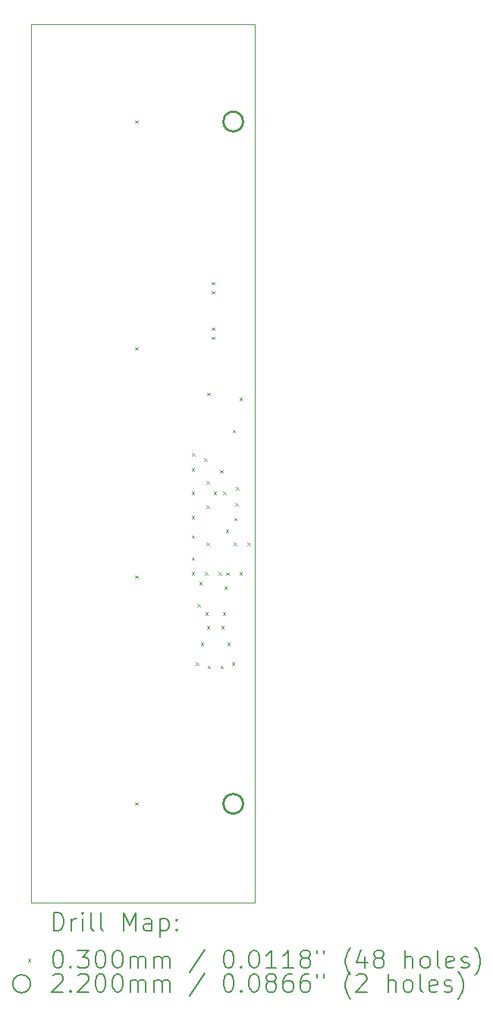
<source format=gbr>
%FSLAX45Y45*%
G04 Gerber Fmt 4.5, Leading zero omitted, Abs format (unit mm)*
G04 Created by KiCad (PCBNEW (6.0.4)) date 2023-05-09 11:01:37*
%MOMM*%
%LPD*%
G01*
G04 APERTURE LIST*
%TA.AperFunction,Profile*%
%ADD10C,0.100000*%
%TD*%
%ADD11C,0.200000*%
%ADD12C,0.030000*%
%ADD13C,0.220000*%
G04 APERTURE END LIST*
D10*
X13650000Y-14100000D02*
X11150000Y-14100000D01*
X11150000Y-14100000D02*
X11150000Y-4300000D01*
X11150000Y-4300000D02*
X13650000Y-4300000D01*
X13650000Y-4300000D02*
X13650000Y-14100000D01*
D11*
D12*
X12315000Y-5370000D02*
X12345000Y-5400000D01*
X12345000Y-5370000D02*
X12315000Y-5400000D01*
X12315000Y-7905000D02*
X12345000Y-7935000D01*
X12345000Y-7905000D02*
X12315000Y-7935000D01*
X12315000Y-10450000D02*
X12345000Y-10480000D01*
X12345000Y-10450000D02*
X12315000Y-10480000D01*
X12315000Y-12985000D02*
X12345000Y-13015000D01*
X12345000Y-12985000D02*
X12315000Y-13015000D01*
X12945000Y-9252500D02*
X12975000Y-9282500D01*
X12975000Y-9252500D02*
X12945000Y-9282500D01*
X12945000Y-9517500D02*
X12975000Y-9547500D01*
X12975000Y-9517500D02*
X12945000Y-9547500D01*
X12945000Y-9787500D02*
X12975000Y-9817500D01*
X12975000Y-9787500D02*
X12945000Y-9817500D01*
X12945000Y-10005000D02*
X12975000Y-10035000D01*
X12975000Y-10005000D02*
X12945000Y-10035000D01*
X12945000Y-10250000D02*
X12975000Y-10280000D01*
X12975000Y-10250000D02*
X12945000Y-10280000D01*
X12945000Y-10415000D02*
X12975000Y-10445000D01*
X12975000Y-10415000D02*
X12945000Y-10445000D01*
X12947500Y-9085000D02*
X12977500Y-9115000D01*
X12977500Y-9085000D02*
X12947500Y-9115000D01*
X12992500Y-11422500D02*
X13022500Y-11452500D01*
X13022500Y-11422500D02*
X12992500Y-11452500D01*
X13005000Y-10767500D02*
X13035000Y-10797500D01*
X13035000Y-10767500D02*
X13005000Y-10797500D01*
X13030000Y-10522500D02*
X13060000Y-10552500D01*
X13060000Y-10522500D02*
X13030000Y-10552500D01*
X13045000Y-11202500D02*
X13075000Y-11232500D01*
X13075000Y-11202500D02*
X13045000Y-11232500D01*
X13085000Y-9145000D02*
X13115000Y-9175000D01*
X13115000Y-9145000D02*
X13085000Y-9175000D01*
X13092500Y-10415000D02*
X13122500Y-10445000D01*
X13122500Y-10415000D02*
X13092500Y-10445000D01*
X13095000Y-10862500D02*
X13125000Y-10892500D01*
X13125000Y-10862500D02*
X13095000Y-10892500D01*
X13110000Y-9400000D02*
X13140000Y-9430000D01*
X13140000Y-9400000D02*
X13110000Y-9430000D01*
X13110000Y-9670000D02*
X13140000Y-9700000D01*
X13140000Y-9670000D02*
X13110000Y-9700000D01*
X13110000Y-10085000D02*
X13140000Y-10115000D01*
X13140000Y-10085000D02*
X13110000Y-10115000D01*
X13112500Y-11015000D02*
X13142500Y-11045000D01*
X13142500Y-11015000D02*
X13112500Y-11045000D01*
X13117500Y-8410000D02*
X13147500Y-8440000D01*
X13147500Y-8410000D02*
X13117500Y-8440000D01*
X13120000Y-11460000D02*
X13150000Y-11490000D01*
X13150000Y-11460000D02*
X13120000Y-11490000D01*
X13170000Y-7175000D02*
X13200000Y-7205000D01*
X13200000Y-7175000D02*
X13170000Y-7205000D01*
X13170000Y-7277500D02*
X13200000Y-7307500D01*
X13200000Y-7277500D02*
X13170000Y-7307500D01*
X13170140Y-7682840D02*
X13200140Y-7712840D01*
X13200140Y-7682840D02*
X13170140Y-7712840D01*
X13170140Y-7785340D02*
X13200140Y-7815340D01*
X13200140Y-7785340D02*
X13170140Y-7815340D01*
X13190000Y-9515000D02*
X13220000Y-9545000D01*
X13220000Y-9515000D02*
X13190000Y-9545000D01*
X13242500Y-10415000D02*
X13272500Y-10445000D01*
X13272500Y-10415000D02*
X13242500Y-10445000D01*
X13260000Y-9275000D02*
X13290000Y-9305000D01*
X13290000Y-9275000D02*
X13260000Y-9305000D01*
X13265000Y-11460000D02*
X13295000Y-11490000D01*
X13295000Y-11460000D02*
X13265000Y-11490000D01*
X13272500Y-11015000D02*
X13302500Y-11045000D01*
X13302500Y-11015000D02*
X13272500Y-11045000D01*
X13290000Y-10862500D02*
X13320000Y-10892500D01*
X13320000Y-10862500D02*
X13290000Y-10892500D01*
X13295000Y-9515000D02*
X13325000Y-9545000D01*
X13325000Y-9515000D02*
X13295000Y-9545000D01*
X13307500Y-10572500D02*
X13337500Y-10602500D01*
X13337500Y-10572500D02*
X13307500Y-10602500D01*
X13324250Y-9940750D02*
X13354250Y-9970750D01*
X13354250Y-9940750D02*
X13324250Y-9970750D01*
X13328000Y-10417000D02*
X13358000Y-10447000D01*
X13358000Y-10417000D02*
X13328000Y-10447000D01*
X13340000Y-11202500D02*
X13370000Y-11232500D01*
X13370000Y-11202500D02*
X13340000Y-11232500D01*
X13392500Y-11422500D02*
X13422500Y-11452500D01*
X13422500Y-11422500D02*
X13392500Y-11452500D01*
X13402500Y-8827500D02*
X13432500Y-8857500D01*
X13432500Y-8827500D02*
X13402500Y-8857500D01*
X13412500Y-10085000D02*
X13442500Y-10115000D01*
X13442500Y-10085000D02*
X13412500Y-10115000D01*
X13417500Y-9807500D02*
X13447500Y-9837500D01*
X13447500Y-9807500D02*
X13417500Y-9837500D01*
X13432500Y-9645000D02*
X13462500Y-9675000D01*
X13462500Y-9645000D02*
X13432500Y-9675000D01*
X13437500Y-9467500D02*
X13467500Y-9497500D01*
X13467500Y-9467500D02*
X13437500Y-9497500D01*
X13477500Y-8465000D02*
X13507500Y-8495000D01*
X13507500Y-8465000D02*
X13477500Y-8495000D01*
X13477500Y-10415000D02*
X13507500Y-10445000D01*
X13507500Y-10415000D02*
X13477500Y-10445000D01*
X13567500Y-10085000D02*
X13597500Y-10115000D01*
X13597500Y-10085000D02*
X13567500Y-10115000D01*
D13*
X13517500Y-5385000D02*
G75*
G03*
X13517500Y-5385000I-110000J0D01*
G01*
X13517500Y-13000000D02*
G75*
G03*
X13517500Y-13000000I-110000J0D01*
G01*
D11*
X11402619Y-14415476D02*
X11402619Y-14215476D01*
X11450238Y-14215476D01*
X11478809Y-14225000D01*
X11497857Y-14244048D01*
X11507381Y-14263095D01*
X11516905Y-14301190D01*
X11516905Y-14329762D01*
X11507381Y-14367857D01*
X11497857Y-14386905D01*
X11478809Y-14405952D01*
X11450238Y-14415476D01*
X11402619Y-14415476D01*
X11602619Y-14415476D02*
X11602619Y-14282143D01*
X11602619Y-14320238D02*
X11612143Y-14301190D01*
X11621667Y-14291667D01*
X11640714Y-14282143D01*
X11659762Y-14282143D01*
X11726428Y-14415476D02*
X11726428Y-14282143D01*
X11726428Y-14215476D02*
X11716905Y-14225000D01*
X11726428Y-14234524D01*
X11735952Y-14225000D01*
X11726428Y-14215476D01*
X11726428Y-14234524D01*
X11850238Y-14415476D02*
X11831190Y-14405952D01*
X11821667Y-14386905D01*
X11821667Y-14215476D01*
X11955000Y-14415476D02*
X11935952Y-14405952D01*
X11926428Y-14386905D01*
X11926428Y-14215476D01*
X12183571Y-14415476D02*
X12183571Y-14215476D01*
X12250238Y-14358333D01*
X12316905Y-14215476D01*
X12316905Y-14415476D01*
X12497857Y-14415476D02*
X12497857Y-14310714D01*
X12488333Y-14291667D01*
X12469286Y-14282143D01*
X12431190Y-14282143D01*
X12412143Y-14291667D01*
X12497857Y-14405952D02*
X12478809Y-14415476D01*
X12431190Y-14415476D01*
X12412143Y-14405952D01*
X12402619Y-14386905D01*
X12402619Y-14367857D01*
X12412143Y-14348809D01*
X12431190Y-14339286D01*
X12478809Y-14339286D01*
X12497857Y-14329762D01*
X12593095Y-14282143D02*
X12593095Y-14482143D01*
X12593095Y-14291667D02*
X12612143Y-14282143D01*
X12650238Y-14282143D01*
X12669286Y-14291667D01*
X12678809Y-14301190D01*
X12688333Y-14320238D01*
X12688333Y-14377381D01*
X12678809Y-14396428D01*
X12669286Y-14405952D01*
X12650238Y-14415476D01*
X12612143Y-14415476D01*
X12593095Y-14405952D01*
X12774048Y-14396428D02*
X12783571Y-14405952D01*
X12774048Y-14415476D01*
X12764524Y-14405952D01*
X12774048Y-14396428D01*
X12774048Y-14415476D01*
X12774048Y-14291667D02*
X12783571Y-14301190D01*
X12774048Y-14310714D01*
X12764524Y-14301190D01*
X12774048Y-14291667D01*
X12774048Y-14310714D01*
D12*
X11115000Y-14730000D02*
X11145000Y-14760000D01*
X11145000Y-14730000D02*
X11115000Y-14760000D01*
D11*
X11440714Y-14635476D02*
X11459762Y-14635476D01*
X11478809Y-14645000D01*
X11488333Y-14654524D01*
X11497857Y-14673571D01*
X11507381Y-14711667D01*
X11507381Y-14759286D01*
X11497857Y-14797381D01*
X11488333Y-14816428D01*
X11478809Y-14825952D01*
X11459762Y-14835476D01*
X11440714Y-14835476D01*
X11421667Y-14825952D01*
X11412143Y-14816428D01*
X11402619Y-14797381D01*
X11393095Y-14759286D01*
X11393095Y-14711667D01*
X11402619Y-14673571D01*
X11412143Y-14654524D01*
X11421667Y-14645000D01*
X11440714Y-14635476D01*
X11593095Y-14816428D02*
X11602619Y-14825952D01*
X11593095Y-14835476D01*
X11583571Y-14825952D01*
X11593095Y-14816428D01*
X11593095Y-14835476D01*
X11669286Y-14635476D02*
X11793095Y-14635476D01*
X11726428Y-14711667D01*
X11755000Y-14711667D01*
X11774048Y-14721190D01*
X11783571Y-14730714D01*
X11793095Y-14749762D01*
X11793095Y-14797381D01*
X11783571Y-14816428D01*
X11774048Y-14825952D01*
X11755000Y-14835476D01*
X11697857Y-14835476D01*
X11678809Y-14825952D01*
X11669286Y-14816428D01*
X11916905Y-14635476D02*
X11935952Y-14635476D01*
X11955000Y-14645000D01*
X11964524Y-14654524D01*
X11974048Y-14673571D01*
X11983571Y-14711667D01*
X11983571Y-14759286D01*
X11974048Y-14797381D01*
X11964524Y-14816428D01*
X11955000Y-14825952D01*
X11935952Y-14835476D01*
X11916905Y-14835476D01*
X11897857Y-14825952D01*
X11888333Y-14816428D01*
X11878809Y-14797381D01*
X11869286Y-14759286D01*
X11869286Y-14711667D01*
X11878809Y-14673571D01*
X11888333Y-14654524D01*
X11897857Y-14645000D01*
X11916905Y-14635476D01*
X12107381Y-14635476D02*
X12126428Y-14635476D01*
X12145476Y-14645000D01*
X12155000Y-14654524D01*
X12164524Y-14673571D01*
X12174048Y-14711667D01*
X12174048Y-14759286D01*
X12164524Y-14797381D01*
X12155000Y-14816428D01*
X12145476Y-14825952D01*
X12126428Y-14835476D01*
X12107381Y-14835476D01*
X12088333Y-14825952D01*
X12078809Y-14816428D01*
X12069286Y-14797381D01*
X12059762Y-14759286D01*
X12059762Y-14711667D01*
X12069286Y-14673571D01*
X12078809Y-14654524D01*
X12088333Y-14645000D01*
X12107381Y-14635476D01*
X12259762Y-14835476D02*
X12259762Y-14702143D01*
X12259762Y-14721190D02*
X12269286Y-14711667D01*
X12288333Y-14702143D01*
X12316905Y-14702143D01*
X12335952Y-14711667D01*
X12345476Y-14730714D01*
X12345476Y-14835476D01*
X12345476Y-14730714D02*
X12355000Y-14711667D01*
X12374048Y-14702143D01*
X12402619Y-14702143D01*
X12421667Y-14711667D01*
X12431190Y-14730714D01*
X12431190Y-14835476D01*
X12526428Y-14835476D02*
X12526428Y-14702143D01*
X12526428Y-14721190D02*
X12535952Y-14711667D01*
X12555000Y-14702143D01*
X12583571Y-14702143D01*
X12602619Y-14711667D01*
X12612143Y-14730714D01*
X12612143Y-14835476D01*
X12612143Y-14730714D02*
X12621667Y-14711667D01*
X12640714Y-14702143D01*
X12669286Y-14702143D01*
X12688333Y-14711667D01*
X12697857Y-14730714D01*
X12697857Y-14835476D01*
X13088333Y-14625952D02*
X12916905Y-14883095D01*
X13345476Y-14635476D02*
X13364524Y-14635476D01*
X13383571Y-14645000D01*
X13393095Y-14654524D01*
X13402619Y-14673571D01*
X13412143Y-14711667D01*
X13412143Y-14759286D01*
X13402619Y-14797381D01*
X13393095Y-14816428D01*
X13383571Y-14825952D01*
X13364524Y-14835476D01*
X13345476Y-14835476D01*
X13326428Y-14825952D01*
X13316905Y-14816428D01*
X13307381Y-14797381D01*
X13297857Y-14759286D01*
X13297857Y-14711667D01*
X13307381Y-14673571D01*
X13316905Y-14654524D01*
X13326428Y-14645000D01*
X13345476Y-14635476D01*
X13497857Y-14816428D02*
X13507381Y-14825952D01*
X13497857Y-14835476D01*
X13488333Y-14825952D01*
X13497857Y-14816428D01*
X13497857Y-14835476D01*
X13631190Y-14635476D02*
X13650238Y-14635476D01*
X13669286Y-14645000D01*
X13678809Y-14654524D01*
X13688333Y-14673571D01*
X13697857Y-14711667D01*
X13697857Y-14759286D01*
X13688333Y-14797381D01*
X13678809Y-14816428D01*
X13669286Y-14825952D01*
X13650238Y-14835476D01*
X13631190Y-14835476D01*
X13612143Y-14825952D01*
X13602619Y-14816428D01*
X13593095Y-14797381D01*
X13583571Y-14759286D01*
X13583571Y-14711667D01*
X13593095Y-14673571D01*
X13602619Y-14654524D01*
X13612143Y-14645000D01*
X13631190Y-14635476D01*
X13888333Y-14835476D02*
X13774048Y-14835476D01*
X13831190Y-14835476D02*
X13831190Y-14635476D01*
X13812143Y-14664048D01*
X13793095Y-14683095D01*
X13774048Y-14692619D01*
X14078809Y-14835476D02*
X13964524Y-14835476D01*
X14021667Y-14835476D02*
X14021667Y-14635476D01*
X14002619Y-14664048D01*
X13983571Y-14683095D01*
X13964524Y-14692619D01*
X14193095Y-14721190D02*
X14174048Y-14711667D01*
X14164524Y-14702143D01*
X14155000Y-14683095D01*
X14155000Y-14673571D01*
X14164524Y-14654524D01*
X14174048Y-14645000D01*
X14193095Y-14635476D01*
X14231190Y-14635476D01*
X14250238Y-14645000D01*
X14259762Y-14654524D01*
X14269286Y-14673571D01*
X14269286Y-14683095D01*
X14259762Y-14702143D01*
X14250238Y-14711667D01*
X14231190Y-14721190D01*
X14193095Y-14721190D01*
X14174048Y-14730714D01*
X14164524Y-14740238D01*
X14155000Y-14759286D01*
X14155000Y-14797381D01*
X14164524Y-14816428D01*
X14174048Y-14825952D01*
X14193095Y-14835476D01*
X14231190Y-14835476D01*
X14250238Y-14825952D01*
X14259762Y-14816428D01*
X14269286Y-14797381D01*
X14269286Y-14759286D01*
X14259762Y-14740238D01*
X14250238Y-14730714D01*
X14231190Y-14721190D01*
X14345476Y-14635476D02*
X14345476Y-14673571D01*
X14421667Y-14635476D02*
X14421667Y-14673571D01*
X14716905Y-14911667D02*
X14707381Y-14902143D01*
X14688333Y-14873571D01*
X14678809Y-14854524D01*
X14669286Y-14825952D01*
X14659762Y-14778333D01*
X14659762Y-14740238D01*
X14669286Y-14692619D01*
X14678809Y-14664048D01*
X14688333Y-14645000D01*
X14707381Y-14616428D01*
X14716905Y-14606905D01*
X14878809Y-14702143D02*
X14878809Y-14835476D01*
X14831190Y-14625952D02*
X14783571Y-14768809D01*
X14907381Y-14768809D01*
X15012143Y-14721190D02*
X14993095Y-14711667D01*
X14983571Y-14702143D01*
X14974048Y-14683095D01*
X14974048Y-14673571D01*
X14983571Y-14654524D01*
X14993095Y-14645000D01*
X15012143Y-14635476D01*
X15050238Y-14635476D01*
X15069286Y-14645000D01*
X15078809Y-14654524D01*
X15088333Y-14673571D01*
X15088333Y-14683095D01*
X15078809Y-14702143D01*
X15069286Y-14711667D01*
X15050238Y-14721190D01*
X15012143Y-14721190D01*
X14993095Y-14730714D01*
X14983571Y-14740238D01*
X14974048Y-14759286D01*
X14974048Y-14797381D01*
X14983571Y-14816428D01*
X14993095Y-14825952D01*
X15012143Y-14835476D01*
X15050238Y-14835476D01*
X15069286Y-14825952D01*
X15078809Y-14816428D01*
X15088333Y-14797381D01*
X15088333Y-14759286D01*
X15078809Y-14740238D01*
X15069286Y-14730714D01*
X15050238Y-14721190D01*
X15326428Y-14835476D02*
X15326428Y-14635476D01*
X15412143Y-14835476D02*
X15412143Y-14730714D01*
X15402619Y-14711667D01*
X15383571Y-14702143D01*
X15355000Y-14702143D01*
X15335952Y-14711667D01*
X15326428Y-14721190D01*
X15535952Y-14835476D02*
X15516905Y-14825952D01*
X15507381Y-14816428D01*
X15497857Y-14797381D01*
X15497857Y-14740238D01*
X15507381Y-14721190D01*
X15516905Y-14711667D01*
X15535952Y-14702143D01*
X15564524Y-14702143D01*
X15583571Y-14711667D01*
X15593095Y-14721190D01*
X15602619Y-14740238D01*
X15602619Y-14797381D01*
X15593095Y-14816428D01*
X15583571Y-14825952D01*
X15564524Y-14835476D01*
X15535952Y-14835476D01*
X15716905Y-14835476D02*
X15697857Y-14825952D01*
X15688333Y-14806905D01*
X15688333Y-14635476D01*
X15869286Y-14825952D02*
X15850238Y-14835476D01*
X15812143Y-14835476D01*
X15793095Y-14825952D01*
X15783571Y-14806905D01*
X15783571Y-14730714D01*
X15793095Y-14711667D01*
X15812143Y-14702143D01*
X15850238Y-14702143D01*
X15869286Y-14711667D01*
X15878809Y-14730714D01*
X15878809Y-14749762D01*
X15783571Y-14768809D01*
X15955000Y-14825952D02*
X15974048Y-14835476D01*
X16012143Y-14835476D01*
X16031190Y-14825952D01*
X16040714Y-14806905D01*
X16040714Y-14797381D01*
X16031190Y-14778333D01*
X16012143Y-14768809D01*
X15983571Y-14768809D01*
X15964524Y-14759286D01*
X15955000Y-14740238D01*
X15955000Y-14730714D01*
X15964524Y-14711667D01*
X15983571Y-14702143D01*
X16012143Y-14702143D01*
X16031190Y-14711667D01*
X16107381Y-14911667D02*
X16116905Y-14902143D01*
X16135952Y-14873571D01*
X16145476Y-14854524D01*
X16155000Y-14825952D01*
X16164524Y-14778333D01*
X16164524Y-14740238D01*
X16155000Y-14692619D01*
X16145476Y-14664048D01*
X16135952Y-14645000D01*
X16116905Y-14616428D01*
X16107381Y-14606905D01*
X11145000Y-15009000D02*
G75*
G03*
X11145000Y-15009000I-100000J0D01*
G01*
X11393095Y-14918524D02*
X11402619Y-14909000D01*
X11421667Y-14899476D01*
X11469286Y-14899476D01*
X11488333Y-14909000D01*
X11497857Y-14918524D01*
X11507381Y-14937571D01*
X11507381Y-14956619D01*
X11497857Y-14985190D01*
X11383571Y-15099476D01*
X11507381Y-15099476D01*
X11593095Y-15080428D02*
X11602619Y-15089952D01*
X11593095Y-15099476D01*
X11583571Y-15089952D01*
X11593095Y-15080428D01*
X11593095Y-15099476D01*
X11678809Y-14918524D02*
X11688333Y-14909000D01*
X11707381Y-14899476D01*
X11755000Y-14899476D01*
X11774048Y-14909000D01*
X11783571Y-14918524D01*
X11793095Y-14937571D01*
X11793095Y-14956619D01*
X11783571Y-14985190D01*
X11669286Y-15099476D01*
X11793095Y-15099476D01*
X11916905Y-14899476D02*
X11935952Y-14899476D01*
X11955000Y-14909000D01*
X11964524Y-14918524D01*
X11974048Y-14937571D01*
X11983571Y-14975667D01*
X11983571Y-15023286D01*
X11974048Y-15061381D01*
X11964524Y-15080428D01*
X11955000Y-15089952D01*
X11935952Y-15099476D01*
X11916905Y-15099476D01*
X11897857Y-15089952D01*
X11888333Y-15080428D01*
X11878809Y-15061381D01*
X11869286Y-15023286D01*
X11869286Y-14975667D01*
X11878809Y-14937571D01*
X11888333Y-14918524D01*
X11897857Y-14909000D01*
X11916905Y-14899476D01*
X12107381Y-14899476D02*
X12126428Y-14899476D01*
X12145476Y-14909000D01*
X12155000Y-14918524D01*
X12164524Y-14937571D01*
X12174048Y-14975667D01*
X12174048Y-15023286D01*
X12164524Y-15061381D01*
X12155000Y-15080428D01*
X12145476Y-15089952D01*
X12126428Y-15099476D01*
X12107381Y-15099476D01*
X12088333Y-15089952D01*
X12078809Y-15080428D01*
X12069286Y-15061381D01*
X12059762Y-15023286D01*
X12059762Y-14975667D01*
X12069286Y-14937571D01*
X12078809Y-14918524D01*
X12088333Y-14909000D01*
X12107381Y-14899476D01*
X12259762Y-15099476D02*
X12259762Y-14966143D01*
X12259762Y-14985190D02*
X12269286Y-14975667D01*
X12288333Y-14966143D01*
X12316905Y-14966143D01*
X12335952Y-14975667D01*
X12345476Y-14994714D01*
X12345476Y-15099476D01*
X12345476Y-14994714D02*
X12355000Y-14975667D01*
X12374048Y-14966143D01*
X12402619Y-14966143D01*
X12421667Y-14975667D01*
X12431190Y-14994714D01*
X12431190Y-15099476D01*
X12526428Y-15099476D02*
X12526428Y-14966143D01*
X12526428Y-14985190D02*
X12535952Y-14975667D01*
X12555000Y-14966143D01*
X12583571Y-14966143D01*
X12602619Y-14975667D01*
X12612143Y-14994714D01*
X12612143Y-15099476D01*
X12612143Y-14994714D02*
X12621667Y-14975667D01*
X12640714Y-14966143D01*
X12669286Y-14966143D01*
X12688333Y-14975667D01*
X12697857Y-14994714D01*
X12697857Y-15099476D01*
X13088333Y-14889952D02*
X12916905Y-15147095D01*
X13345476Y-14899476D02*
X13364524Y-14899476D01*
X13383571Y-14909000D01*
X13393095Y-14918524D01*
X13402619Y-14937571D01*
X13412143Y-14975667D01*
X13412143Y-15023286D01*
X13402619Y-15061381D01*
X13393095Y-15080428D01*
X13383571Y-15089952D01*
X13364524Y-15099476D01*
X13345476Y-15099476D01*
X13326428Y-15089952D01*
X13316905Y-15080428D01*
X13307381Y-15061381D01*
X13297857Y-15023286D01*
X13297857Y-14975667D01*
X13307381Y-14937571D01*
X13316905Y-14918524D01*
X13326428Y-14909000D01*
X13345476Y-14899476D01*
X13497857Y-15080428D02*
X13507381Y-15089952D01*
X13497857Y-15099476D01*
X13488333Y-15089952D01*
X13497857Y-15080428D01*
X13497857Y-15099476D01*
X13631190Y-14899476D02*
X13650238Y-14899476D01*
X13669286Y-14909000D01*
X13678809Y-14918524D01*
X13688333Y-14937571D01*
X13697857Y-14975667D01*
X13697857Y-15023286D01*
X13688333Y-15061381D01*
X13678809Y-15080428D01*
X13669286Y-15089952D01*
X13650238Y-15099476D01*
X13631190Y-15099476D01*
X13612143Y-15089952D01*
X13602619Y-15080428D01*
X13593095Y-15061381D01*
X13583571Y-15023286D01*
X13583571Y-14975667D01*
X13593095Y-14937571D01*
X13602619Y-14918524D01*
X13612143Y-14909000D01*
X13631190Y-14899476D01*
X13812143Y-14985190D02*
X13793095Y-14975667D01*
X13783571Y-14966143D01*
X13774048Y-14947095D01*
X13774048Y-14937571D01*
X13783571Y-14918524D01*
X13793095Y-14909000D01*
X13812143Y-14899476D01*
X13850238Y-14899476D01*
X13869286Y-14909000D01*
X13878809Y-14918524D01*
X13888333Y-14937571D01*
X13888333Y-14947095D01*
X13878809Y-14966143D01*
X13869286Y-14975667D01*
X13850238Y-14985190D01*
X13812143Y-14985190D01*
X13793095Y-14994714D01*
X13783571Y-15004238D01*
X13774048Y-15023286D01*
X13774048Y-15061381D01*
X13783571Y-15080428D01*
X13793095Y-15089952D01*
X13812143Y-15099476D01*
X13850238Y-15099476D01*
X13869286Y-15089952D01*
X13878809Y-15080428D01*
X13888333Y-15061381D01*
X13888333Y-15023286D01*
X13878809Y-15004238D01*
X13869286Y-14994714D01*
X13850238Y-14985190D01*
X14059762Y-14899476D02*
X14021667Y-14899476D01*
X14002619Y-14909000D01*
X13993095Y-14918524D01*
X13974048Y-14947095D01*
X13964524Y-14985190D01*
X13964524Y-15061381D01*
X13974048Y-15080428D01*
X13983571Y-15089952D01*
X14002619Y-15099476D01*
X14040714Y-15099476D01*
X14059762Y-15089952D01*
X14069286Y-15080428D01*
X14078809Y-15061381D01*
X14078809Y-15013762D01*
X14069286Y-14994714D01*
X14059762Y-14985190D01*
X14040714Y-14975667D01*
X14002619Y-14975667D01*
X13983571Y-14985190D01*
X13974048Y-14994714D01*
X13964524Y-15013762D01*
X14250238Y-14899476D02*
X14212143Y-14899476D01*
X14193095Y-14909000D01*
X14183571Y-14918524D01*
X14164524Y-14947095D01*
X14155000Y-14985190D01*
X14155000Y-15061381D01*
X14164524Y-15080428D01*
X14174048Y-15089952D01*
X14193095Y-15099476D01*
X14231190Y-15099476D01*
X14250238Y-15089952D01*
X14259762Y-15080428D01*
X14269286Y-15061381D01*
X14269286Y-15013762D01*
X14259762Y-14994714D01*
X14250238Y-14985190D01*
X14231190Y-14975667D01*
X14193095Y-14975667D01*
X14174048Y-14985190D01*
X14164524Y-14994714D01*
X14155000Y-15013762D01*
X14345476Y-14899476D02*
X14345476Y-14937571D01*
X14421667Y-14899476D02*
X14421667Y-14937571D01*
X14716905Y-15175667D02*
X14707381Y-15166143D01*
X14688333Y-15137571D01*
X14678809Y-15118524D01*
X14669286Y-15089952D01*
X14659762Y-15042333D01*
X14659762Y-15004238D01*
X14669286Y-14956619D01*
X14678809Y-14928048D01*
X14688333Y-14909000D01*
X14707381Y-14880428D01*
X14716905Y-14870905D01*
X14783571Y-14918524D02*
X14793095Y-14909000D01*
X14812143Y-14899476D01*
X14859762Y-14899476D01*
X14878809Y-14909000D01*
X14888333Y-14918524D01*
X14897857Y-14937571D01*
X14897857Y-14956619D01*
X14888333Y-14985190D01*
X14774048Y-15099476D01*
X14897857Y-15099476D01*
X15135952Y-15099476D02*
X15135952Y-14899476D01*
X15221667Y-15099476D02*
X15221667Y-14994714D01*
X15212143Y-14975667D01*
X15193095Y-14966143D01*
X15164524Y-14966143D01*
X15145476Y-14975667D01*
X15135952Y-14985190D01*
X15345476Y-15099476D02*
X15326428Y-15089952D01*
X15316905Y-15080428D01*
X15307381Y-15061381D01*
X15307381Y-15004238D01*
X15316905Y-14985190D01*
X15326428Y-14975667D01*
X15345476Y-14966143D01*
X15374048Y-14966143D01*
X15393095Y-14975667D01*
X15402619Y-14985190D01*
X15412143Y-15004238D01*
X15412143Y-15061381D01*
X15402619Y-15080428D01*
X15393095Y-15089952D01*
X15374048Y-15099476D01*
X15345476Y-15099476D01*
X15526428Y-15099476D02*
X15507381Y-15089952D01*
X15497857Y-15070905D01*
X15497857Y-14899476D01*
X15678809Y-15089952D02*
X15659762Y-15099476D01*
X15621667Y-15099476D01*
X15602619Y-15089952D01*
X15593095Y-15070905D01*
X15593095Y-14994714D01*
X15602619Y-14975667D01*
X15621667Y-14966143D01*
X15659762Y-14966143D01*
X15678809Y-14975667D01*
X15688333Y-14994714D01*
X15688333Y-15013762D01*
X15593095Y-15032809D01*
X15764524Y-15089952D02*
X15783571Y-15099476D01*
X15821667Y-15099476D01*
X15840714Y-15089952D01*
X15850238Y-15070905D01*
X15850238Y-15061381D01*
X15840714Y-15042333D01*
X15821667Y-15032809D01*
X15793095Y-15032809D01*
X15774048Y-15023286D01*
X15764524Y-15004238D01*
X15764524Y-14994714D01*
X15774048Y-14975667D01*
X15793095Y-14966143D01*
X15821667Y-14966143D01*
X15840714Y-14975667D01*
X15916905Y-15175667D02*
X15926428Y-15166143D01*
X15945476Y-15137571D01*
X15955000Y-15118524D01*
X15964524Y-15089952D01*
X15974048Y-15042333D01*
X15974048Y-15004238D01*
X15964524Y-14956619D01*
X15955000Y-14928048D01*
X15945476Y-14909000D01*
X15926428Y-14880428D01*
X15916905Y-14870905D01*
M02*

</source>
